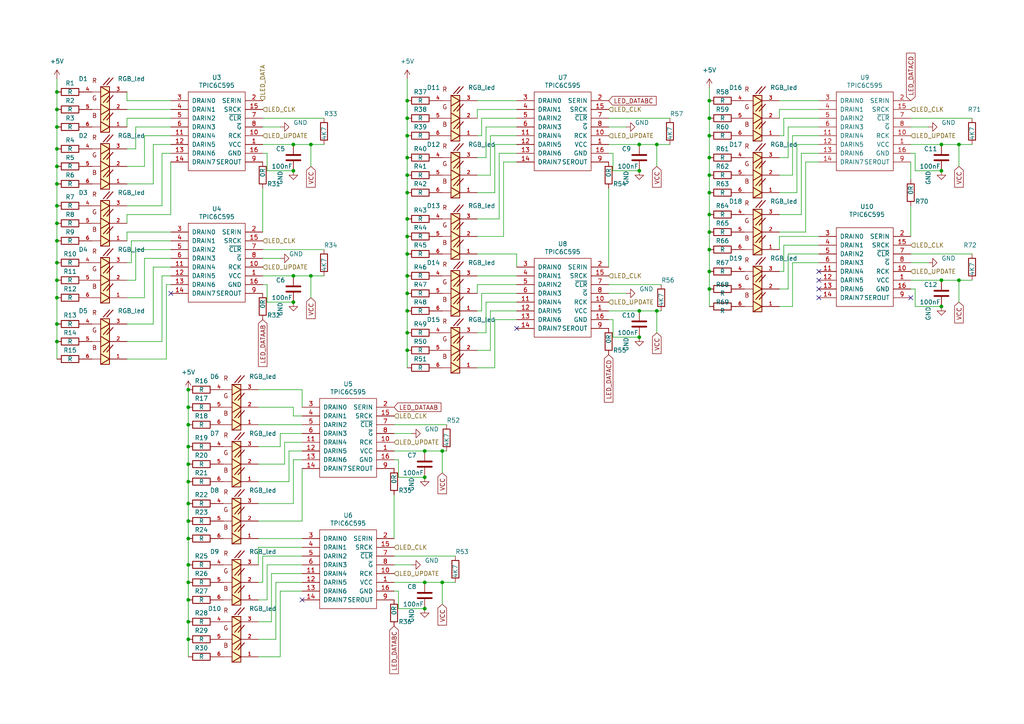
<source format=kicad_sch>
(kicad_sch (version 20230121) (generator eeschema)
  (paper "A4")
  (junction (at 85.09 87.63))
  (junction (at 190.5 41.91))
  (junction (at 118.11 90.17))
  (junction (at 16.51 43.18))
  (junction (at 16.51 69.85))
  (junction (at 118.11 55.88))
  (junction (at 16.51 26.67))
  (junction (at 16.51 48.26))
  (junction (at 185.42 41.91))
  (junction (at 118.11 50.8))
  (junction (at 16.51 86.36))
  (junction (at 54.61 123.19))
  (junction (at 16.51 64.77))
  (junction (at 16.51 36.83))
  (junction (at 205.74 29.21))
  (junction (at 16.51 93.98))
  (junction (at 54.61 156.21))
  (junction (at 118.11 63.5))
  (junction (at 185.42 97.79))
  (junction (at 190.5 90.17))
  (junction (at 85.09 49.53))
  (junction (at 118.11 39.37))
  (junction (at 54.61 139.7))
  (junction (at 123.19 138.43))
  (junction (at 54.61 185.42))
  (junction (at 205.74 62.23))
  (junction (at 118.11 73.66))
  (junction (at 185.42 49.53))
  (junction (at 123.19 130.81))
  (junction (at 90.17 80.01))
  (junction (at 205.74 83.82))
  (junction (at 54.61 113.03))
  (junction (at 118.11 101.6))
  (junction (at 16.51 99.06))
  (junction (at 118.11 45.72))
  (junction (at 205.74 78.74))
  (junction (at 54.61 168.91))
  (junction (at 278.13 81.28))
  (junction (at 205.74 45.72))
  (junction (at 273.05 81.28))
  (junction (at 85.09 41.91))
  (junction (at 54.61 134.62))
  (junction (at 278.13 41.91))
  (junction (at 54.61 180.34))
  (junction (at 205.74 55.88))
  (junction (at 205.74 50.8))
  (junction (at 205.74 34.29))
  (junction (at 128.27 168.91))
  (junction (at 123.19 176.53))
  (junction (at 273.05 88.9))
  (junction (at 205.74 39.37))
  (junction (at 54.61 146.05))
  (junction (at 118.11 34.29))
  (junction (at 90.17 41.91))
  (junction (at 54.61 118.11))
  (junction (at 16.51 76.2))
  (junction (at 118.11 96.52))
  (junction (at 118.11 29.21))
  (junction (at 16.51 59.69))
  (junction (at 16.51 81.28))
  (junction (at 273.05 41.91))
  (junction (at 54.61 129.54))
  (junction (at 118.11 80.01))
  (junction (at 16.51 31.75))
  (junction (at 128.27 130.81))
  (junction (at 205.74 72.39))
  (junction (at 118.11 68.58))
  (junction (at 273.05 49.53))
  (junction (at 118.11 85.09))
  (junction (at 54.61 173.99))
  (junction (at 185.42 90.17))
  (junction (at 123.19 168.91))
  (junction (at 85.09 80.01))
  (junction (at 54.61 151.13))
  (junction (at 205.74 67.31))
  (junction (at 16.51 53.34))
  (junction (at 54.61 163.83))
  (no_connect (at 237.49 78.74))
  (no_connect (at 237.49 81.28))
  (no_connect (at 237.49 83.82))
  (no_connect (at 237.49 86.36))
  (no_connect (at 149.86 95.25))
  (no_connect (at 264.16 86.36))
  (no_connect (at 87.63 173.99))
  (no_connect (at 49.53 85.09))
  (wire (pts (xy 74.93 118.11) (xy 85.09 118.11)))
  (wire (pts (xy 36.83 76.2) (xy 38.1 76.2)))
  (wire (pts (xy 77.47 163.83) (xy 77.47 173.99)))
  (wire (pts (xy 87.63 151.13) (xy 74.93 151.13)))
  (wire (pts (xy 114.3 143.51) (xy 114.3 156.21)))
  (wire (pts (xy 36.83 62.23) (xy 36.83 64.77)))
  (wire (pts (xy 205.74 29.21) (xy 205.74 34.29)))
  (wire (pts (xy 140.97 36.83) (xy 149.86 36.83)))
  (wire (pts (xy 177.8 44.45) (xy 177.8 49.53)))
  (wire (pts (xy 177.8 44.45) (xy 176.53 44.45)))
  (wire (pts (xy 205.74 78.74) (xy 205.74 83.82)))
  (wire (pts (xy 16.51 31.75) (xy 16.51 36.83)))
  (wire (pts (xy 77.47 82.55) (xy 76.2 82.55)))
  (wire (pts (xy 74.93 168.91) (xy 76.2 168.91)))
  (wire (pts (xy 49.53 80.01) (xy 46.99 80.01)))
  (wire (pts (xy 54.61 156.21) (xy 54.61 163.83)))
  (wire (pts (xy 36.83 53.34) (xy 44.45 53.34)))
  (wire (pts (xy 41.91 86.36) (xy 41.91 74.93)))
  (wire (pts (xy 232.41 44.45) (xy 232.41 62.23)))
  (wire (pts (xy 118.11 45.72) (xy 118.11 50.8)))
  (wire (pts (xy 138.43 31.75) (xy 149.86 31.75)))
  (wire (pts (xy 16.51 64.77) (xy 16.51 69.85)))
  (wire (pts (xy 237.49 44.45) (xy 232.41 44.45)))
  (wire (pts (xy 190.5 48.26) (xy 190.5 41.91)))
  (wire (pts (xy 87.63 130.81) (xy 83.82 130.81)))
  (wire (pts (xy 181.61 85.09) (xy 176.53 85.09)))
  (wire (pts (xy 264.16 73.66) (xy 281.94 73.66)))
  (wire (pts (xy 143.51 41.91) (xy 149.86 41.91)))
  (wire (pts (xy 54.61 168.91) (xy 54.61 173.99)))
  (wire (pts (xy 118.11 90.17) (xy 118.11 96.52)))
  (wire (pts (xy 128.27 168.91) (xy 132.08 168.91)))
  (wire (pts (xy 119.38 125.73) (xy 114.3 125.73)))
  (wire (pts (xy 115.57 133.35) (xy 115.57 138.43)))
  (wire (pts (xy 226.06 39.37) (xy 227.33 39.37)))
  (wire (pts (xy 16.51 69.85) (xy 16.51 76.2)))
  (wire (pts (xy 143.51 92.71) (xy 149.86 92.71)))
  (wire (pts (xy 231.14 41.91) (xy 237.49 41.91)))
  (wire (pts (xy 77.47 49.53) (xy 85.09 49.53)))
  (wire (pts (xy 36.83 59.69) (xy 46.99 59.69)))
  (wire (pts (xy 36.83 31.75) (xy 49.53 31.75)))
  (wire (pts (xy 83.82 139.7) (xy 74.93 139.7)))
  (wire (pts (xy 87.63 133.35) (xy 85.09 133.35)))
  (wire (pts (xy 229.87 39.37) (xy 229.87 50.8)))
  (wire (pts (xy 90.17 86.36) (xy 90.17 80.01)))
  (wire (pts (xy 81.28 190.5) (xy 81.28 171.45)))
  (wire (pts (xy 36.83 67.31) (xy 36.83 69.85)))
  (wire (pts (xy 118.11 39.37) (xy 118.11 45.72)))
  (wire (pts (xy 44.45 77.47) (xy 44.45 93.98)))
  (wire (pts (xy 39.37 43.18) (xy 39.37 36.83)))
  (wire (pts (xy 90.17 48.26) (xy 90.17 41.91)))
  (wire (pts (xy 38.1 76.2) (xy 38.1 69.85)))
  (wire (pts (xy 232.41 62.23) (xy 226.06 62.23)))
  (wire (pts (xy 265.43 44.45) (xy 265.43 49.53)))
  (wire (pts (xy 177.8 92.71) (xy 177.8 97.79)))
  (wire (pts (xy 77.47 44.45) (xy 76.2 44.45)))
  (wire (pts (xy 114.3 123.19) (xy 129.54 123.19)))
  (wire (pts (xy 49.53 82.55) (xy 48.26 82.55)))
  (wire (pts (xy 138.43 63.5) (xy 144.78 63.5)))
  (wire (pts (xy 16.51 93.98) (xy 16.51 99.06)))
  (wire (pts (xy 226.06 55.88) (xy 231.14 55.88)))
  (wire (pts (xy 227.33 71.12) (xy 237.49 71.12)))
  (wire (pts (xy 85.09 133.35) (xy 85.09 146.05)))
  (wire (pts (xy 149.86 46.99) (xy 146.05 46.99)))
  (wire (pts (xy 138.43 55.88) (xy 143.51 55.88)))
  (wire (pts (xy 114.3 161.29) (xy 132.08 161.29)))
  (wire (pts (xy 143.51 106.68) (xy 143.51 92.71)))
  (wire (pts (xy 190.5 41.91) (xy 194.31 41.91)))
  (wire (pts (xy 85.09 118.11) (xy 85.09 120.65)))
  (wire (pts (xy 76.2 54.61) (xy 76.2 67.31)))
  (wire (pts (xy 128.27 137.16) (xy 128.27 130.81)))
  (wire (pts (xy 36.83 34.29) (xy 49.53 34.29)))
  (wire (pts (xy 48.26 82.55) (xy 48.26 104.14)))
  (wire (pts (xy 87.63 135.89) (xy 87.63 151.13)))
  (wire (pts (xy 138.43 29.21) (xy 149.86 29.21)))
  (wire (pts (xy 118.11 63.5) (xy 118.11 68.58)))
  (wire (pts (xy 273.05 41.91) (xy 264.16 41.91)))
  (wire (pts (xy 44.45 41.91) (xy 44.45 53.34)))
  (wire (pts (xy 41.91 74.93) (xy 49.53 74.93)))
  (wire (pts (xy 36.83 81.28) (xy 39.37 81.28)))
  (wire (pts (xy 36.83 29.21) (xy 49.53 29.21)))
  (wire (pts (xy 226.06 83.82) (xy 228.6 83.82)))
  (wire (pts (xy 54.61 185.42) (xy 54.61 190.5)))
  (wire (pts (xy 190.5 41.91) (xy 185.42 41.91)))
  (wire (pts (xy 54.61 163.83) (xy 54.61 168.91)))
  (wire (pts (xy 278.13 81.28) (xy 273.05 81.28)))
  (wire (pts (xy 205.74 45.72) (xy 205.74 50.8)))
  (wire (pts (xy 80.01 185.42) (xy 74.93 185.42)))
  (wire (pts (xy 90.17 41.91) (xy 85.09 41.91)))
  (wire (pts (xy 226.06 31.75) (xy 237.49 31.75)))
  (wire (pts (xy 74.93 134.62) (xy 82.55 134.62)))
  (wire (pts (xy 118.11 29.21) (xy 118.11 34.29)))
  (wire (pts (xy 138.43 45.72) (xy 140.97 45.72)))
  (wire (pts (xy 80.01 168.91) (xy 80.01 185.42)))
  (wire (pts (xy 205.74 25.4) (xy 205.74 29.21)))
  (wire (pts (xy 177.8 97.79) (xy 185.42 97.79)))
  (wire (pts (xy 74.93 123.19) (xy 87.63 123.19)))
  (wire (pts (xy 81.28 171.45) (xy 87.63 171.45)))
  (wire (pts (xy 265.43 88.9) (xy 273.05 88.9)))
  (wire (pts (xy 190.5 90.17) (xy 191.77 90.17)))
  (wire (pts (xy 41.91 48.26) (xy 41.91 39.37)))
  (wire (pts (xy 233.68 46.99) (xy 237.49 46.99)))
  (wire (pts (xy 77.47 82.55) (xy 77.47 87.63)))
  (wire (pts (xy 81.28 74.93) (xy 76.2 74.93)))
  (wire (pts (xy 83.82 130.81) (xy 83.82 139.7)))
  (wire (pts (xy 118.11 50.8) (xy 118.11 55.88)))
  (wire (pts (xy 273.05 81.28) (xy 264.16 81.28)))
  (wire (pts (xy 177.8 92.71) (xy 176.53 92.71)))
  (wire (pts (xy 142.24 39.37) (xy 142.24 50.8)))
  (wire (pts (xy 229.87 88.9) (xy 226.06 88.9)))
  (wire (pts (xy 205.74 55.88) (xy 205.74 62.23)))
  (wire (pts (xy 39.37 36.83) (xy 49.53 36.83)))
  (wire (pts (xy 87.63 113.03) (xy 87.63 118.11)))
  (wire (pts (xy 16.51 53.34) (xy 16.51 59.69)))
  (wire (pts (xy 140.97 45.72) (xy 140.97 36.83)))
  (wire (pts (xy 36.83 104.14) (xy 48.26 104.14)))
  (wire (pts (xy 36.83 99.06) (xy 46.99 99.06)))
  (wire (pts (xy 190.5 90.17) (xy 185.42 90.17)))
  (wire (pts (xy 128.27 175.26) (xy 128.27 168.91)))
  (wire (pts (xy 278.13 81.28) (xy 281.94 81.28)))
  (wire (pts (xy 115.57 133.35) (xy 114.3 133.35)))
  (wire (pts (xy 138.43 96.52) (xy 140.97 96.52)))
  (wire (pts (xy 138.43 101.6) (xy 142.24 101.6)))
  (wire (pts (xy 118.11 34.29) (xy 118.11 39.37)))
  (wire (pts (xy 78.74 180.34) (xy 78.74 166.37)))
  (wire (pts (xy 264.16 34.29) (xy 281.94 34.29)))
  (wire (pts (xy 74.93 180.34) (xy 78.74 180.34)))
  (wire (pts (xy 54.61 139.7) (xy 54.61 146.05)))
  (wire (pts (xy 76.2 34.29) (xy 93.98 34.29)))
  (wire (pts (xy 139.7 90.17) (xy 139.7 85.09)))
  (wire (pts (xy 228.6 83.82) (xy 228.6 73.66)))
  (wire (pts (xy 265.43 83.82) (xy 265.43 88.9)))
  (wire (pts (xy 115.57 176.53) (xy 123.19 176.53)))
  (wire (pts (xy 54.61 180.34) (xy 54.61 185.42)))
  (wire (pts (xy 278.13 48.26) (xy 278.13 41.91)))
  (wire (pts (xy 118.11 96.52) (xy 118.11 101.6)))
  (wire (pts (xy 265.43 83.82) (xy 264.16 83.82)))
  (wire (pts (xy 265.43 44.45) (xy 264.16 44.45)))
  (wire (pts (xy 85.09 41.91) (xy 76.2 41.91)))
  (wire (pts (xy 38.1 69.85) (xy 49.53 69.85)))
  (wire (pts (xy 231.14 55.88) (xy 231.14 41.91)))
  (wire (pts (xy 226.06 78.74) (xy 227.33 78.74)))
  (wire (pts (xy 228.6 73.66) (xy 237.49 73.66)))
  (wire (pts (xy 269.24 36.83) (xy 264.16 36.83)))
  (wire (pts (xy 226.06 29.21) (xy 237.49 29.21)))
  (wire (pts (xy 123.19 168.91) (xy 114.3 168.91)))
  (wire (pts (xy 54.61 129.54) (xy 54.61 134.62)))
  (wire (pts (xy 228.6 45.72) (xy 228.6 36.83)))
  (wire (pts (xy 76.2 72.39) (xy 93.98 72.39)))
  (wire (pts (xy 87.63 163.83) (xy 77.47 163.83)))
  (wire (pts (xy 144.78 63.5) (xy 144.78 44.45)))
  (wire (pts (xy 77.47 44.45) (xy 77.47 49.53)))
  (wire (pts (xy 278.13 41.91) (xy 273.05 41.91)))
  (wire (pts (xy 205.74 50.8) (xy 205.74 55.88)))
  (wire (pts (xy 233.68 67.31) (xy 233.68 46.99)))
  (wire (pts (xy 77.47 87.63) (xy 85.09 87.63)))
  (wire (pts (xy 16.51 43.18) (xy 16.51 48.26)))
  (wire (pts (xy 278.13 41.91) (xy 281.94 41.91)))
  (wire (pts (xy 118.11 55.88) (xy 118.11 63.5)))
  (wire (pts (xy 149.86 39.37) (xy 142.24 39.37)))
  (wire (pts (xy 54.61 151.13) (xy 54.61 156.21)))
  (wire (pts (xy 142.24 50.8) (xy 138.43 50.8)))
  (wire (pts (xy 118.11 73.66) (xy 118.11 80.01)))
  (wire (pts (xy 36.83 26.67) (xy 36.83 29.21)))
  (wire (pts (xy 138.43 106.68) (xy 143.51 106.68)))
  (wire (pts (xy 205.74 83.82) (xy 205.74 88.9)))
  (wire (pts (xy 16.51 99.06) (xy 16.51 104.14)))
  (wire (pts (xy 36.83 93.98) (xy 44.45 93.98)))
  (wire (pts (xy 90.17 80.01) (xy 93.98 80.01)))
  (wire (pts (xy 36.83 43.18) (xy 39.37 43.18)))
  (wire (pts (xy 205.74 34.29) (xy 205.74 39.37)))
  (wire (pts (xy 227.33 34.29) (xy 237.49 34.29)))
  (wire (pts (xy 81.28 125.73) (xy 87.63 125.73)))
  (wire (pts (xy 54.61 118.11) (xy 54.61 123.19)))
  (wire (pts (xy 264.16 59.69) (xy 264.16 68.58)))
  (wire (pts (xy 16.51 76.2) (xy 16.51 81.28)))
  (wire (pts (xy 46.99 44.45) (xy 49.53 44.45)))
  (wire (pts (xy 265.43 49.53) (xy 273.05 49.53)))
  (wire (pts (xy 76.2 161.29) (xy 87.63 161.29)))
  (wire (pts (xy 128.27 130.81) (xy 129.54 130.81)))
  (wire (pts (xy 90.17 41.91) (xy 93.98 41.91)))
  (wire (pts (xy 54.61 134.62) (xy 54.61 139.7)))
  (wire (pts (xy 205.74 62.23) (xy 205.74 67.31)))
  (wire (pts (xy 118.11 101.6) (xy 118.11 106.68)))
  (wire (pts (xy 16.51 22.86) (xy 16.51 26.67)))
  (wire (pts (xy 139.7 34.29) (xy 139.7 39.37)))
  (wire (pts (xy 81.28 36.83) (xy 76.2 36.83)))
  (wire (pts (xy 118.11 80.01) (xy 118.11 85.09)))
  (wire (pts (xy 16.51 36.83) (xy 16.51 43.18)))
  (wire (pts (xy 74.93 129.54) (xy 81.28 129.54)))
  (wire (pts (xy 16.51 86.36) (xy 16.51 93.98)))
  (wire (pts (xy 85.09 80.01) (xy 76.2 80.01)))
  (wire (pts (xy 36.83 48.26) (xy 41.91 48.26)))
  (wire (pts (xy 36.83 86.36) (xy 41.91 86.36)))
  (wire (pts (xy 139.7 85.09) (xy 149.86 85.09)))
  (wire (pts (xy 226.06 67.31) (xy 233.68 67.31)))
  (wire (pts (xy 149.86 73.66) (xy 149.86 77.47)))
  (wire (pts (xy 44.45 77.47) (xy 49.53 77.47)))
  (wire (pts (xy 142.24 90.17) (xy 149.86 90.17)))
  (wire (pts (xy 142.24 101.6) (xy 142.24 90.17)))
  (wire (pts (xy 138.43 82.55) (xy 149.86 82.55)))
  (wire (pts (xy 146.05 46.99) (xy 146.05 68.58)))
  (wire (pts (xy 85.09 146.05) (xy 74.93 146.05)))
  (wire (pts (xy 74.93 158.75) (xy 87.63 158.75)))
  (wire (pts (xy 74.93 190.5) (xy 81.28 190.5)))
  (wire (pts (xy 44.45 41.91) (xy 49.53 41.91)))
  (wire (pts (xy 78.74 166.37) (xy 87.63 166.37)))
  (wire (pts (xy 36.83 34.29) (xy 36.83 36.83)))
  (wire (pts (xy 269.24 76.2) (xy 264.16 76.2)))
  (wire (pts (xy 237.49 76.2) (xy 229.87 76.2)))
  (wire (pts (xy 228.6 36.83) (xy 237.49 36.83)))
  (wire (pts (xy 143.51 55.88) (xy 143.51 41.91)))
  (wire (pts (xy 205.74 39.37) (xy 205.74 45.72)))
  (wire (pts (xy 128.27 130.81) (xy 123.19 130.81)))
  (wire (pts (xy 146.05 68.58) (xy 138.43 68.58)))
  (wire (pts (xy 226.06 68.58) (xy 226.06 72.39)))
  (wire (pts (xy 181.61 36.83) (xy 176.53 36.83)))
  (wire (pts (xy 144.78 44.45) (xy 149.86 44.45)))
  (wire (pts (xy 229.87 50.8) (xy 226.06 50.8)))
  (wire (pts (xy 46.99 59.69) (xy 46.99 44.45)))
  (wire (pts (xy 138.43 80.01) (xy 149.86 80.01)))
  (wire (pts (xy 90.17 80.01) (xy 85.09 80.01)))
  (wire (pts (xy 278.13 87.63) (xy 278.13 81.28)))
  (wire (pts (xy 115.57 171.45) (xy 114.3 171.45)))
  (wire (pts (xy 140.97 96.52) (xy 140.97 87.63)))
  (wire (pts (xy 190.5 96.52) (xy 190.5 90.17)))
  (wire (pts (xy 115.57 171.45) (xy 115.57 176.53)))
  (wire (pts (xy 176.53 34.29) (xy 194.31 34.29)))
  (wire (pts (xy 118.11 22.86) (xy 118.11 29.21)))
  (wire (pts (xy 229.87 76.2) (xy 229.87 88.9)))
  (wire (pts (xy 81.28 129.54) (xy 81.28 125.73)))
  (wire (pts (xy 82.55 134.62) (xy 82.55 128.27)))
  (wire (pts (xy 54.61 113.03) (xy 54.61 118.11)))
  (wire (pts (xy 128.27 168.91) (xy 123.19 168.91)))
  (wire (pts (xy 54.61 146.05) (xy 54.61 151.13)))
  (wire (pts (xy 264.16 46.99) (xy 264.16 52.07)))
  (wire (pts (xy 16.51 48.26) (xy 16.51 53.34)))
  (wire (pts (xy 177.8 49.53) (xy 185.42 49.53)))
  (wire (pts (xy 149.86 34.29) (xy 139.7 34.29)))
  (wire (pts (xy 226.06 34.29) (xy 226.06 31.75)))
  (wire (pts (xy 185.42 41.91) (xy 176.53 41.91)))
  (wire (pts (xy 36.83 67.31) (xy 49.53 67.31)))
  (wire (pts (xy 138.43 34.29) (xy 138.43 31.75)))
  (wire (pts (xy 176.53 82.55) (xy 191.77 82.55)))
  (wire (pts (xy 76.2 168.91) (xy 76.2 161.29)))
  (wire (pts (xy 205.74 67.31) (xy 205.74 72.39)))
  (wire (pts (xy 118.11 85.09) (xy 118.11 90.17)))
  (wire (pts (xy 36.83 62.23) (xy 49.53 62.23)))
  (wire (pts (xy 227.33 78.74) (xy 227.33 71.12)))
  (wire (pts (xy 138.43 73.66) (xy 149.86 73.66)))
  (wire (pts (xy 138.43 90.17) (xy 139.7 90.17)))
  (wire (pts (xy 140.97 87.63) (xy 149.86 87.63)))
  (wire (pts (xy 82.55 128.27) (xy 87.63 128.27)))
  (wire (pts (xy 54.61 173.99) (xy 54.61 180.34)))
  (wire (pts (xy 237.49 68.58) (xy 226.06 68.58)))
  (wire (pts (xy 118.11 68.58) (xy 118.11 73.66)))
  (wire (pts (xy 138.43 39.37) (xy 139.7 39.37)))
  (wire (pts (xy 227.33 39.37) (xy 227.33 34.29)))
  (wire (pts (xy 74.93 158.75) (xy 74.93 163.83)))
  (wire (pts (xy 16.51 26.67) (xy 16.51 31.75)))
  (wire (pts (xy 119.38 163.83) (xy 114.3 163.83)))
  (wire (pts (xy 115.57 138.43) (xy 123.19 138.43)))
  (wire (pts (xy 87.63 168.91) (xy 80.01 168.91)))
  (wire (pts (xy 49.53 46.99) (xy 49.53 62.23)))
  (wire (pts (xy 16.51 59.69) (xy 16.51 64.77)))
  (wire (pts (xy 77.47 173.99) (xy 74.93 173.99)))
  (wire (pts (xy 16.51 81.28) (xy 16.51 86.36)))
  (wire (pts (xy 138.43 85.09) (xy 138.43 82.55)))
  (wire (pts (xy 41.91 39.37) (xy 49.53 39.37)))
  (wire (pts (xy 46.99 80.01) (xy 46.99 99.06)))
  (wire (pts (xy 185.42 90.17) (xy 176.53 90.17)))
  (wire (pts (xy 74.93 113.03) (xy 87.63 113.03)))
  (wire (pts (xy 54.61 123.19) (xy 54.61 129.54)))
  (wire (pts (xy 123.19 130.81) (xy 114.3 130.81)))
  (wire (pts (xy 74.93 156.21) (xy 87.63 156.21)))
  (wire (pts (xy 39.37 72.39) (xy 49.53 72.39)))
  (wire (pts (xy 85.09 120.65) (xy 87.63 120.65)))
  (wire (pts (xy 226.06 45.72) (xy 228.6 45.72)))
  (wire (pts (xy 176.53 54.61) (xy 176.53 77.47)))
  (wire (pts (xy 205.74 72.39) (xy 205.74 78.74)))
  (wire (pts (xy 39.37 81.28) (xy 39.37 72.39)))
  (wire (pts (xy 237.49 39.37) (xy 229.87 39.37)))
  (global_label "VCC" (shape input) (at 90.17 86.36 270) (property "Intersheetrefs" "${INTERSHEET_REFS}" (effects hide)))
  (global_label "LED_DATACD" (shape input) (at 264.16 29.21 90) (property "Intersheetrefs" "${INTERSHEET_REFS}" (effects hide)))
  (global_label "VCC" (shape input) (at 128.27 137.16 270) (property "Intersheetrefs" "${INTERSHEET_REFS}" (effects hide)))
  (global_label "VCC" (shape input) (at 278.13 48.26 270) (property "Intersheetrefs" "${INTERSHEET_REFS}" (effects hide)))
  (global_label "VCC" (shape input) (at 278.13 87.63 270) (property "Intersheetrefs" "${INTERSHEET_REFS}" (effects hide)))
  (global_label "LED_DATACD" (shape input) (at 176.53 102.87 270) (property "Intersheetrefs" "${INTERSHEET_REFS}" (effects hide)))
  (global_label "VCC" (shape input) (at 190.5 48.26 270) (property "Intersheetrefs" "${INTERSHEET_REFS}" (effects hide)))
  (global_label "LED_DATABC" (shape input) (at 114.3 181.61 270) (property "Intersheetrefs" "${INTERSHEET_REFS}" (effects hide)))
  (global_label "LED_DATAAB" (shape input) (at 76.2 92.71 270) (property "Intersheetrefs" "${INTERSHEET_REFS}" (effects hide)))
  (global_label "LED_DATABC" (shape input) (at 176.53 29.21 0) (property "Intersheetrefs" "${INTERSHEET_REFS}" (effects hide)))
  (global_label "VCC" (shape input) (at 90.17 48.26 270) (property "Intersheetrefs" "${INTERSHEET_REFS}" (effects hide)))
  (global_label "VCC" (shape input) (at 190.5 96.52 270) (property "Intersheetrefs" "${INTERSHEET_REFS}" (effects hide)))
  (global_label "LED_DATAAB" (shape input) (at 114.3 118.11 0) (property "Intersheetrefs" "${INTERSHEET_REFS}" (effects hide)))
  (global_label "VCC" (shape input) (at 128.27 175.26 270) (property "Intersheetrefs" "${INTERSHEET_REFS}" (effects hide)))
  (hierarchical_label "LED_UPDATE" (shape input) (at 264.16 39.37 0))
  (hierarchical_label "LED_UPDATE" (shape input) (at 76.2 39.37 0))
  (hierarchical_label "LED_UPDATE" (shape input) (at 114.3 128.27 0))
  (hierarchical_label "LED_CLK" (shape input) (at 76.2 69.85 0))
  (hierarchical_label "LED_CLK" (shape input) (at 114.3 120.65 0))
  (hierarchical_label "LED_DATA" (shape input) (at 76.2 29.21 90))
  (hierarchical_label "LED_CLK" (shape input) (at 264.16 31.75 0))
  (hierarchical_label "LED_CLK" (shape input) (at 114.3 158.75 0))
  (hierarchical_label "LED_CLK" (shape input) (at 176.53 80.01 0))
  (hierarchical_label "LED_CLK" (shape input) (at 264.16 71.12 0))
  (hierarchical_label "LED_CLK" (shape input) (at 176.53 31.75 0))
  (hierarchical_label "LED_UPDATE" (shape input) (at 176.53 87.63 0))
  (hierarchical_label "LED_UPDATE" (shape input) (at 264.16 78.74 0))
  (hierarchical_label "LED_UPDATE" (shape input) (at 76.2 77.47 0))
  (hierarchical_label "LED_CLK" (shape input) (at 76.2 31.75 0))
  (hierarchical_label "LED_UPDATE" (shape input) (at 114.3 166.37 0))
  (hierarchical_label "LED_UPDATE" (shape input) (at 176.53 39.37 0))
  (symbol (lib_id "3dAudioSym:TPIC6C595") (at 101.6 116.84 0) (unit 1)
    (property "Reference" "U5" (at 100.965 111.379 0))
    (property "Value" "TPIC6C595" (at 100.965 113.6904 0))
    (property "Footprint" "Package_SO:SOIC-16_3.9x9.9mm_P1.27mm" (effects hide))
    (property "Datasheet" "https://www.mouser.ph/datasheet/2/389/cd00020664-1796042.pdf" (effects hide))
  )
  (symbol (lib_id "Device:R") (at 209.55 78.74 270) (unit 1)
    (property "Reference" "R67" (at 209.55 76.2 90))
    (property "Value" "R" (at 209.55 78.74 90))
    (property "Footprint" "Resistor_SMD:R_1206_3216Metric" (effects hide))
  )
  (symbol (lib_id "Device:R") (at 264.16 55.88 0) (unit 1)
    (property "Reference" "R70" (at 265.43 58.42 0) (effects (justify left)))
    (property "Value" "0R" (at 264.16 56.515 90) (effects (justify left)))
    (property "Footprint" "Resistor_SMD:R_1206_3216Metric_Pad1.30x1.75mm_HandSolder" (effects hide))
  )
  (symbol (lib_id "Device:R") (at 58.42 173.99 270) (unit 1)
    (property "Reference" "R27" (at 58.42 171.45 90))
    (property "Value" "R" (at 58.42 173.99 90))
    (property "Footprint" "Resistor_SMD:R_1206_3216Metric" (effects hide))
  )
  (symbol (lib_id "Device:R") (at 76.2 50.8 0) (unit 1)
    (property "Reference" "R31" (at 77.47 53.34 0) (effects (justify left)))
    (property "Value" "0R" (at 76.2 51.435 90) (effects (justify left)))
    (property "Footprint" "Resistor_SMD:R_1206_3216Metric_Pad1.30x1.75mm_HandSolder" (effects hide))
  )
  (symbol (lib_id "Device:R") (at 58.42 118.11 270) (unit 1)
    (property "Reference" "R17" (at 58.42 115.57 90))
    (property "Value" "R" (at 58.42 118.11 90))
    (property "Footprint" "Resistor_SMD:R_1206_3216Metric" (effects hide))
  )
  (symbol (lib_id "3dAudioSym:TPIC6C595") (at 251.46 27.94 0) (unit 1)
    (property "Reference" "U9" (at 250.825 22.479 0))
    (property "Value" "TPIC6C595" (at 250.825 24.7904 0))
    (property "Footprint" "Package_SO:SOIC-16_3.9x9.9mm_P1.27mm" (effects hide))
    (property "Datasheet" "https://www.mouser.ph/datasheet/2/389/cd00020664-1796042.pdf" (effects hide))
  )
  (symbol (lib_id "Device:R") (at 58.42 168.91 270) (unit 1)
    (property "Reference" "R26" (at 58.42 166.37 90))
    (property "Value" "R" (at 58.42 168.91 90))
    (property "Footprint" "Resistor_SMD:R_1206_3216Metric" (effects hide))
  )
  (symbol (lib_id "Device:R") (at 93.98 76.2 0) (unit 1)
    (property "Reference" "R34" (at 93.98 71.12 0) (effects (justify left)))
    (property "Value" "4K7" (at 93.98 78.74 90) (effects (justify left)))
    (property "Footprint" "Resistor_SMD:R_1206_3216Metric_Pad1.30x1.75mm_HandSolder" (effects hide))
  )
  (symbol (lib_id "3dAudioSym:QBLP679E-RGB") (at 29.21 81.28 0) (unit 1)
    (property "Reference" "D4" (at 24.13 72.39 0))
    (property "Value" "RGB_led" (at 38.1 72.39 0))
    (property "Footprint" "3dAudioFoot:LED_QBLP679E-RGB" (effects hide))
    (property "Datasheet" "https://www.digikey.de/de/products/detail/qt-brightek-qtb/QBLP679E-RGB/4814729" (effects hide))
    (property "DigiKey_Part_Number" "1516-1131-2-ND" (effects hide))
    (property "MF" "QT Brightek" (effects hide))
    (property "Purchase-URL" "https://www.snapeda.com/api/url_track_click_mouser/?unipart_id=328050&manufacturer=QT Brightek&part_name=QBLP679E-RGB&search_term=None" (effects hide))
    (property "Package" "PLCC-6 QT Brightek" (effects hide))
    (property "Check_prices" "https://www.snapeda.com/parts/QBLP679E-RGB/QT+Brightek+%2528QTB%2529/view-part/?ref=eda" (effects hide))
    (property "STANDARD" "Manufacturer Recommendations" (effects hide))
    (property "SnapEDA_Link" "https://www.snapeda.com/parts/QBLP679E-RGB/QT+Brightek+%2528QTB%2529/view-part/?ref=snap" (effects hide))
    (property "MP" "QBLP679E-RGB" (effects hide))
    (property "Description" "\nRed, Green, Blue (RGB) 620nm Red, 525nm Green, 470nm Blue LED Indication - Discrete 2V Red, 3.3V Green, 3.2V Blue 6-SMD, J-Lead\n" (effects hide))
    (property "MANUFACTURER" "QT Brightek" (effects hide))
  )
  (symbol (lib_id "Device:R") (at 121.92 90.17 270) (unit 1)
    (property "Reference" "R48" (at 121.92 87.63 90))
    (property "Value" "R" (at 121.92 90.17 90))
    (property "Footprint" "Resistor_SMD:R_1206_3216Metric" (effects hide))
  )
  (symbol (lib_id "3dAudioSym:QBLP679E-RGB") (at 67.31 134.62 0) (unit 1)
    (property "Reference" "D7" (at 62.23 125.73 0))
    (property "Value" "RGB_led" (at 76.2 125.73 0))
    (property "Footprint" "3dAudioFoot:LED_QBLP679E-RGB" (effects hide))
    (property "Datasheet" "https://www.digikey.de/de/products/detail/qt-brightek-qtb/QBLP679E-RGB/4814729" (effects hide))
    (property "DigiKey_Part_Number" "1516-1131-2-ND" (effects hide))
    (property "MF" "QT Brightek" (effects hide))
    (property "Purchase-URL" "https://www.snapeda.com/api/url_track_click_mouser/?unipart_id=328050&manufacturer=QT Brightek&part_name=QBLP679E-RGB&search_term=None" (effects hide))
    (property "Package" "PLCC-6 QT Brightek" (effects hide))
    (property "Check_prices" "https://www.snapeda.com/parts/QBLP679E-RGB/QT+Brightek+%2528QTB%2529/view-part/?ref=eda" (effects hide))
    (property "STANDARD" "Manufacturer Recommendations" (effects hide))
    (property "SnapEDA_Link" "https://www.snapeda.com/parts/QBLP679E-RGB/QT+Brightek+%2528QTB%2529/view-part/?ref=snap" (effects hide))
    (property "MP" "QBLP679E-RGB" (effects hide))
    (property "Description" "\nRed, Green, Blue (RGB) 620nm Red, 525nm Green, 470nm Blue LED Indication - Discrete 2V Red, 3.3V Green, 3.2V Blue 6-SMD, J-Lead\n" (effects hide))
    (property "MANUFACTURER" "QT Brightek" (effects hide))
  )
  (symbol (lib_id "Device:R") (at 209.55 72.39 270) (unit 1)
    (property "Reference" "R66" (at 209.55 69.85 90))
    (property "Value" "R" (at 209.55 72.39 90))
    (property "Footprint" "Resistor_SMD:R_1206_3216Metric" (effects hide))
  )
  (symbol (lib_id "Device:R") (at 20.32 99.06 270) (unit 1)
    (property "Reference" "R14" (at 20.32 96.52 90))
    (property "Value" "R" (at 20.32 99.06 90))
    (property "Footprint" "Resistor_SMD:R_1206_3216Metric" (effects hide))
  )
  (symbol (lib_id "Device:R") (at 209.55 83.82 270) (unit 1)
    (property "Reference" "R68" (at 209.55 82.55 90))
    (property "Value" "R" (at 209.55 85.09 90))
    (property "Footprint" "Resistor_SMD:R_1206_3216Metric" (effects hide))
  )
  (symbol (lib_id "Device:R") (at 20.32 48.26 270) (unit 1)
    (property "Reference" "R5" (at 20.32 45.72 90))
    (property "Value" "R" (at 20.32 48.26 90))
    (property "Footprint" "Resistor_SMD:R_1206_3216Metric" (effects hide))
  )
  (symbol (lib_id "Device:R") (at 58.42 146.05 270) (unit 1)
    (property "Reference" "R22" (at 58.42 143.51 90))
    (property "Value" "R" (at 58.42 146.05 90))
    (property "Footprint" "Resistor_SMD:R_1206_3216Metric" (effects hide))
  )
  (symbol (lib_id "power:GND") (at 81.28 74.93 90) (unit 1)
    (property "Reference" "#PWR012" (effects hide))
    (property "Value" "GND" (at 83.82 73.66 90) (effects (justify right)))
  )
  (symbol (lib_id "Device:R") (at 121.92 96.52 270) (unit 1)
    (property "Reference" "R49" (at 121.92 93.98 90))
    (property "Value" "R" (at 121.92 96.52 90))
    (property "Footprint" "Resistor_SMD:R_1206_3216Metric" (effects hide))
  )
  (symbol (lib_id "Device:R") (at 121.92 63.5 270) (unit 1)
    (property "Reference" "R43" (at 121.92 60.96 90))
    (property "Value" "R" (at 121.92 63.5 90))
    (property "Footprint" "Resistor_SMD:R_1206_3216Metric" (effects hide))
  )
  (symbol (lib_id "Device:C") (at 273.05 85.09 0) (unit 1)
    (property "Reference" "C12" (at 267.97 82.55 0) (effects (justify left)))
    (property "Value" "100nF" (at 266.7 87.63 0) (effects (justify left)))
    (property "Footprint" "Capacitor_SMD:C_1206_3216Metric_Pad1.33x1.80mm_HandSolder" (effects hide))
  )
  (symbol (lib_id "Device:C") (at 85.09 45.72 0) (unit 1)
    (property "Reference" "C5" (at 80.01 43.18 0) (effects (justify left)))
    (property "Value" "100nF" (at 78.74 48.26 0) (effects (justify left)))
    (property "Footprint" "Capacitor_SMD:C_1206_3216Metric_Pad1.33x1.80mm_HandSolder" (effects hide))
  )
  (symbol (lib_id "3dAudioSym:QBLP679E-RGB") (at 130.81 85.09 0) (unit 1)
    (property "Reference" "D14" (at 125.73 76.2 0))
    (property "Value" "RGB_led" (at 139.7 76.2 0))
    (property "Footprint" "3dAudioFoot:LED_QBLP679E-RGB" (effects hide))
    (property "Datasheet" "https://www.digikey.de/de/products/detail/qt-brightek-qtb/QBLP679E-RGB/4814729" (effects hide))
    (property "DigiKey_Part_Number" "1516-1131-2-ND" (effects hide))
    (property "MF" "QT Brightek" (effects hide))
    (property "Purchase-URL" "https://www.snapeda.com/api/url_track_click_mouser/?unipart_id=328050&manufacturer=QT Brightek&part_name=QBLP679E-RGB&search_term=None" (effects hide))
    (property "Package" "PLCC-6 QT Brightek" (effects hide))
    (property "Check_prices" "https://www.snapeda.com/parts/QBLP679E-RGB/QT+Brightek+%2528QTB%2529/view-part/?ref=eda" (effects hide))
    (property "STANDARD" "Manufacturer Recommendations" (effects hide))
    (property "SnapEDA_Link" "https://www.snapeda.com/parts/QBLP679E-RGB/QT+Brightek+%2528QTB%2529/view-part/?ref=snap" (effects hide))
    (property "MP" "QBLP679E-RGB" (effects hide))
    (property "Description" "\nRed, Green, Blue (RGB) 620nm Red, 525nm Green, 470nm Blue LED Indication - Discrete 2V Red, 3.3V Green, 3.2V Blue 6-SMD, J-Lead\n" (effects hide))
    (property "MANUFACTURER" "QT Brightek" (effects hide))
  )
  (symbol (lib_id "3dAudioSym:QBLP679E-RGB") (at 29.21 99.06 0) (unit 1)
    (property "Reference" "D5" (at 24.13 90.17 0))
    (property "Value" "RGB_led" (at 38.1 90.17 0))
    (property "Footprint" "3dAudioFoot:LED_QBLP679E-RGB" (effects hide))
    (property "Datasheet" "https://www.digikey.de/de/products/detail/qt-brightek-qtb/QBLP679E-RGB/4814729" (effects hide))
    (property "DigiKey_Part_Number" "1516-1131-2-ND" (effects hide))
    (property "MF" "QT Brightek" (effects hide))
    (property "Purchase-URL" "https://www.snapeda.com/api/url_track_click_mouser/?unipart_id=328050&manufacturer=QT Brightek&part_name=QBLP679E-RGB&search_term=None" (effects hide))
    (property "Package" "PLCC-6 QT Brightek" (effects hide))
    (property "Check_prices" "https://www.snapeda.com/parts/QBLP679E-RGB/QT+Brightek+%2528QTB%2529/view-part/?ref=eda" (effects hide))
    (property "STANDARD" "Manufacturer Recommendations" (effects hide))
    (property "SnapEDA_Link" "https://www.snapeda.com/parts/QBLP679E-RGB/QT+Brightek+%2528QTB%2529/view-part/?ref=snap" (effects hide))
    (property "MP" "QBLP679E-RGB" (effects hide))
    (property "Description" "\nRed, Green, Blue (RGB) 620nm Red, 525nm Green, 470nm Blue LED Indication - Discrete 2V Red, 3.3V Green, 3.2V Blue 6-SMD, J-Lead\n" (effects hide))
    (property "MANUFACTURER" "QT Brightek" (effects hide))
  )
  (symbol (lib_id "Device:R") (at 58.42 190.5 270) (unit 1)
    (property "Reference" "R30" (at 58.42 187.96 90))
    (property "Value" "R" (at 58.42 190.5 90))
    (property "Footprint" "Resistor_SMD:R_1206_3216Metric" (effects hide))
  )
  (symbol (lib_id "3dAudioSym:QBLP679E-RGB") (at 218.44 34.29 0) (unit 1)
    (property "Reference" "D16" (at 213.36 25.4 0))
    (property "Value" "RGB_led" (at 227.33 25.4 0))
    (property "Footprint" "3dAudioFoot:LED_QBLP679E-RGB" (effects hide))
    (property "Datasheet" "https://www.digikey.de/de/products/detail/qt-brightek-qtb/QBLP679E-RGB/4814729" (effects hide))
    (property "DigiKey_Part_Number" "1516-1131-2-ND" (effects hide))
    (property "MF" "QT Brightek" (effects hide))
    (property "Purchase-URL" "https://www.snapeda.com/api/url_track_click_mouser/?unipart_id=328050&manufacturer=QT Brightek&part_name=QBLP679E-RGB&search_term=None" (effects hide))
    (property "Package" "PLCC-6 QT Brightek" (effects hide))
    (property "Check_prices" "https://www.snapeda.com/parts/QBLP679E-RGB/QT+Brightek+%2528QTB%2529/view-part/?ref=eda" (effects hide))
    (property "STANDARD" "Manufacturer Recommendations" (effects hide))
    (property "SnapEDA_Link" "https://www.snapeda.com/parts/QBLP679E-RGB/QT+Brightek+%2528QTB%2529/view-part/?ref=snap" (effects hide))
    (property "MP" "QBLP679E-RGB" (effects hide))
    (property "Description" "\nRed, Green, Blue (RGB) 620nm Red, 525nm Green, 470nm Blue LED Indication - Discrete 2V Red, 3.3V Green, 3.2V Blue 6-SMD, J-Lead\n" (effects hide))
    (property "MANUFACTURER" "QT Brightek" (effects hide))
  )
  (symbol (lib_id "3dAudioSym:QBLP679E-RGB") (at 67.31 168.91 0) (unit 1)
    (property "Reference" "D9" (at 62.23 160.02 0))
    (property "Value" "RGB_led" (at 76.2 160.02 0))
    (property "Footprint" "3dAudioFoot:LED_QBLP679E-RGB" (effects hide))
    (property "Datasheet" "https://www.digikey.de/de/products/detail/qt-brightek-qtb/QBLP679E-RGB/4814729" (effects hide))
    (property "DigiKey_Part_Number" "1516-1131-2-ND" (effects hide))
    (property "MF" "QT Brightek" (effects hide))
    (property "Purchase-URL" "https://www.snapeda.com/api/url_track_click_mouser/?unipart_id=328050&manufacturer=QT Brightek&part_name=QBLP679E-RGB&search_term=None" (effects hide))
    (property "Package" "PLCC-6 QT Brightek" (effects hide))
    (property "Check_prices" "https://www.snapeda.com/parts/QBLP679E-RGB/QT+Brightek+%2528QTB%2529/view-part/?ref=eda" (effects hide))
    (property "STANDARD" "Manufacturer Recommendations" (effects hide))
    (property "SnapEDA_Link" "https://www.snapeda.com/parts/QBLP679E-RGB/QT+Brightek+%2528QTB%2529/view-part/?ref=snap" (effects hide))
    (property "MP" "QBLP679E-RGB" (effects hide))
    (property "Description" "\nRed, Green, Blue (RGB) 620nm Red, 525nm Green, 470nm Blue LED Indication - Discrete 2V Red, 3.3V Green, 3.2V Blue 6-SMD, J-Lead\n" (effects hide))
    (property "MANUFACTURER" "QT Brightek" (effects hide))
  )
  (symbol (lib_id "Device:R") (at 58.42 129.54 270) (unit 1)
    (property "Reference" "R19" (at 58.42 127 90))
    (property "Value" "R" (at 58.42 129.54 90))
    (property "Footprint" "Resistor_SMD:R_1206_3216Metric" (effects hide))
  )
  (symbol (lib_id "3dAudioSym:QBLP679E-RGB") (at 67.31 118.11 0) (unit 1)
    (property "Reference" "D6" (at 62.23 109.22 0))
    (property "Value" "RGB_led" (at 76.2 109.22 0))
    (property "Footprint" "3dAudioFoot:LED_QBLP679E-RGB" (effects hide))
    (property "Datasheet" "https://www.digikey.de/de/products/detail/qt-brightek-qtb/QBLP679E-RGB/4814729" (effects hide))
    (property "DigiKey_Part_Number" "1516-1131-2-ND" (effects hide))
    (property "MF" "QT Brightek" (effects hide))
    (property "Purchase-URL" "https://www.snapeda.com/api/url_track_click_mouser/?unipart_id=328050&manufacturer=QT Brightek&part_name=QBLP679E-RGB&search_term=None" (effects hide))
    (property "Package" "PLCC-6 QT Brightek" (effects hide))
    (property "Check_prices" "https://www.snapeda.com/parts/QBLP679E-RGB/QT+Brightek+%2528QTB%2529/view-part/?ref=eda" (effects hide))
    (property "STANDARD" "Manufacturer Recommendations" (effects hide))
    (property "SnapEDA_Link" "https://www.snapeda.com/parts/QBLP679E-RGB/QT+Brightek+%2528QTB%2529/view-part/?ref=snap" (effects hide))
    (property "MP" "QBLP679E-RGB" (effects hide))
    (property "Description" "\nRed, Green, Blue (RGB) 620nm Red, 525nm Green, 470nm Blue LED Indication - Discrete 2V Red, 3.3V Green, 3.2V Blue 6-SMD, J-Lead\n" (effects hide))
    (property "MANUFACTURER" "QT Brightek" (effects hide))
  )
  (symbol (lib_id "Device:R") (at 20.32 76.2 270) (unit 1)
    (property "Reference" "R10" (at 20.32 73.66 90))
    (property "Value" "R" (at 20.32 76.2 90))
    (property "Footprint" "Resistor_SMD:R_1206_3216Metric" (effects hide))
  )
  (symbol (lib_id "Device:R") (at 20.32 86.36 270) (unit 1)
    (property "Reference" "R12" (at 20.32 83.82 90))
    (property "Value" "R" (at 20.32 86.36 90))
    (property "Footprint" "Resistor_SMD:R_1206_3216Metric" (effects hide))
  )
  (symbol (lib_id "Device:R") (at 209.55 88.9 270) (unit 1)
    (property "Reference" "R69" (at 209.55 87.63 90))
    (property "Value" "R" (at 209.55 90.17 90))
    (property "Footprint" "Resistor_SMD:R_1206_3216Metric" (effects hide))
  )
  (symbol (lib_id "3dAudioSym:QBLP679E-RGB") (at 130.81 50.8 0) (unit 1)
    (property "Reference" "D12" (at 125.73 41.91 0))
    (property "Value" "RGB_led" (at 139.7 41.91 0))
    (property "Footprint" "3dAudioFoot:LED_QBLP679E-RGB" (effects hide))
    (property "Datasheet" "https://www.digikey.de/de/products/detail/qt-brightek-qtb/QBLP679E-RGB/4814729" (effects hide))
    (property "DigiKey_Part_Number" "1516-1131-2-ND" (effects hide))
    (property "MF" "QT Brightek" (effects hide))
    (property "Purchase-URL" "https://www.snapeda.com/api/url_track_click_mouser/?unipart_id=328050&manufacturer=QT Brightek&part_name=QBLP679E-RGB&search_term=None" (effects hide))
    (property "Package" "PLCC-6 QT Brightek" (effects hide))
    (property "Check_prices" "https://www.snapeda.com/parts/QBLP679E-RGB/QT+Brightek+%2528QTB%2529/view-part/?ref=eda" (effects hide))
    (property "STANDARD" "Manufacturer Recommendations" (effects hide))
    (property "SnapEDA_Link" "https://www.snapeda.com/parts/QBLP679E-RGB/QT+Brightek+%2528QTB%2529/view-part/?ref=snap" (effects hide))
    (property "MP" "QBLP679E-RGB" (effects hide))
    (property "Description" "\nRed, Green, Blue (RGB) 620nm Red, 525nm Green, 470nm Blue LED Indication - Discrete 2V Red, 3.3V Green, 3.2V Blue 6-SMD, J-Lead\n" (effects hide))
    (property "MANUFACTURER" "QT Brightek" (effects hide))
  )
  (symbol (lib_id "Device:R") (at 121.92 85.09 270) (unit 1)
    (property "Reference" "R47" (at 121.92 82.55 90))
    (property "Value" "R" (at 121.92 85.09 90))
    (property "Footprint" "Resistor_SMD:R_1206_3216Metric" (effects hide))
  )
  (symbol (lib_id "power:GND") (at 119.38 163.83 90) (unit 1)
    (property "Reference" "#PWR017" (effects hide))
    (property "Value" "GND" (at 123.19 162.56 90) (effects (justify right)))
  )
  (symbol (lib_id "Device:R") (at 58.42 163.83 270) (unit 1)
    (property "Reference" "R25" (at 58.42 161.29 90))
    (property "Value" "R" (at 58.42 163.83 90))
    (property "Footprint" "Resistor_SMD:R_1206_3216Metric" (effects hide))
  )
  (symbol (lib_id "Device:R") (at 209.55 50.8 270) (unit 1)
    (property "Reference" "R62" (at 209.55 48.26 90))
    (property "Value" "R" (at 209.55 50.8 90))
    (property "Footprint" "Resistor_SMD:R_1206_3216Metric" (effects hide))
  )
  (symbol (lib_id "3dAudioSym:QBLP679E-RGB") (at 29.21 48.26 0) (unit 1)
    (property "Reference" "D2" (at 24.13 39.37 0))
    (property "Value" "RGB_led" (at 38.1 39.37 0))
    (property "Footprint" "3dAudioFoot:LED_QBLP679E-RGB" (effects hide))
    (property "Datasheet" "https://www.digikey.de/de/products/detail/qt-brightek-qtb/QBLP679E-RGB/4814729" (effects hide))
    (property "DigiKey_Part_Number" "1516-1131-2-ND" (effects hide))
    (property "MF" "QT Brightek" (effects hide))
    (property "Purchase-URL" "https://www.snapeda.com/api/url_track_click_mouser/?unipart_id=328050&manufacturer=QT Brightek&part_name=QBLP679E-RGB&search_term=None" (effects hide))
    (property "Package" "PLCC-6 QT Brightek" (effects hide))
    (property "Check_prices" "https://www.snapeda.com/parts/QBLP679E-RGB/QT+Brightek+%2528QTB%2529/view-part/?ref=eda" (effects hide))
    (property "STANDARD" "Manufacturer Recommendations" (effects hide))
    (property "SnapEDA_Link" "https://www.snapeda.com/parts/QBLP679E-RGB/QT+Brightek+%2528QTB%2529/view-part/?ref=snap" (effects hide))
    (property "MP" "QBLP679E-RGB" (effects hide))
    (property "Description" "\nRed, Green, Blue (RGB) 620nm Red, 525nm Green, 470nm Blue LED Indication - Discrete 2V Red, 3.3V Green, 3.2V Blue 6-SMD, J-Lead\n" (effects hide))
    (property "MANUFACTURER" "QT Brightek" (effects hide))
  )
  (symbol (lib_id "Device:R") (at 281.94 77.47 0) (unit 1)
    (property "Reference" "R72" (at 279.4 71.12 0) (effects (justify left)))
    (property "Value" "4K7" (at 281.94 80.01 90) (effects (justify left)))
    (property "Footprint" "Resistor_SMD:R_1206_3216Metric_Pad1.30x1.75mm_HandSolder" (effects hide))
  )
  (symbol (lib_id "power:GND") (at 269.24 36.83 90) (unit 1)
    (property "Reference" "#PWR025" (effects hide))
    (property "Value" "GND" (at 273.05 35.56 90) (effects (justify right)))
  )
  (symbol (lib_id "Device:R") (at 20.32 53.34 270) (unit 1)
    (property "Reference" "R6" (at 20.32 50.8 90))
    (property "Value" "R" (at 20.32 53.34 90))
    (property "Footprint" "Resistor_SMD:R_1206_3216Metric" (effects hide))
  )
  (symbol (lib_id "Device:R") (at 209.55 55.88 270) (unit 1)
    (property "Reference" "R63" (at 209.55 53.34 90))
    (property "Value" "R" (at 209.55 55.88 90))
    (property "Footprint" "Resistor_SMD:R_1206_3216Metric" (effects hide))
  )
  (symbol (lib_id "3dAudioSym:QBLP679E-RGB") (at 130.81 34.29 0) (unit 1)
    (property "Reference" "D11" (at 125.73 25.4 0))
    (property "Value" "RGB_led" (at 139.7 25.4 0))
    (property "Footprint" "3dAudioFoot:LED_QBLP679E-RGB" (effects hide))
    (property "Datasheet" "https://www.digikey.de/de/products/detail/qt-brightek-qtb/QBLP679E-RGB/4814729" (effects hide))
    (property "DigiKey_Part_Number" "1516-1131-2-ND" (effects hide))
    (property "MF" "QT Brightek" (effects hide))
    (property "Purchase-URL" "https://www.snapeda.com/api/url_track_click_mouser/?unipart_id=328050&manufacturer=QT Brightek&part_name=QBLP679E-RGB&search_term=None" (effects hide))
    (property "Package" "PLCC-6 QT Brightek" (effects hide))
    (property "Check_prices" "https://www.snapeda.com/parts/QBLP679E-RGB/QT+Brightek+%2528QTB%2529/view-part/?ref=eda" (effects hide))
    (property "STANDARD" "Manufacturer Recommendations" (effects hide))
    (property "SnapEDA_Link" "https://www.snapeda.com/parts/QBLP679E-RGB/QT+Brightek+%2528QTB%2529/view-part/?ref=snap" (effects hide))
    (property "MP" "QBLP679E-RGB" (effects hide))
    (property "Description" "\nRed, Green, Blue (RGB) 620nm Red, 525nm Green, 470nm Blue LED Indication - Discrete 2V Red, 3.3V Green, 3.2V Blue 6-SMD, J-Lead\n" (effects hide))
    (property "MANUFACTURER" "QT Brightek" (effects hide))
  )
  (symbol (lib_id "Device:R") (at 20.32 69.85 270) (unit 1)
    (property "Reference" "R9" (at 20.32 67.31 90))
    (property "Value" "R" (at 20.32 69.85 90))
    (property "Footprint" "Resistor_SMD:R_1206_3216Metric" (effects hide))
  )
  (symbol (lib_id "Device:R") (at 93.98 38.1 0) (unit 1)
    (property "Reference" "R33" (at 93.98 33.02 0) (effects (justify left)))
    (property "Value" "4K7" (at 93.98 40.64 90) (effects (justify left)))
    (property "Footprint" "Resistor_SMD:R_1206_3216Metric_Pad1.30x1.75mm_HandSolder" (effects hide))
  )
  (symbol (lib_id "Device:R") (at 121.92 55.88 270) (unit 1)
    (property "Reference" "R42" (at 121.92 53.34 90))
    (property "Value" "R" (at 121.92 55.88 90))
    (property "Footprint" "Resistor_SMD:R_1206_3216Metric" (effects hide))
  )
  (symbol (lib_id "3dAudioSym:TPIC6C595") (at 251.46 67.31 0) (unit 1)
    (property "Reference" "U10" (at 251.46 59.9186 0))
    (property "Value" "TPIC6C595" (at 251.46 62.23 0))
    (property "Footprint" "Package_SO:SOIC-16_3.9x9.9mm_P1.27mm" (effects hide))
    (property "Datasheet" "https://www.mouser.ph/datasheet/2/389/cd00020664-1796042.pdf" (effects hide))
  )
  (symbol (lib_id "power:GND") (at 85.09 49.53 0) (unit 1)
    (property "Reference" "#PWR013" (effects hide))
    (property "Value" "GND" (at 81.28 49.53 90) (effects (justify right)))
  )
  (symbol (lib_id "Device:C") (at 185.42 45.72 0) (unit 1)
    (property "Reference" "C9" (at 180.34 43.18 0) (effects (justify left)))
    (property "Value" "100nF" (at 179.07 48.26 0) (effects (justify left)))
    (property "Footprint" "Capacitor_SMD:C_1206_3216Metric_Pad1.33x1.80mm_HandSolder" (effects hide))
  )
  (symbol (lib_id "3dAudioSym:QBLP679E-RGB") (at 218.44 50.8 0) (unit 1)
    (property "Reference" "D17" (at 213.36 41.91 0))
    (property "Value" "RGB_led" (at 227.33 41.91 0))
    (property "Footprint" "3dAudioFoot:LED_QBLP679E-RGB" (effects hide))
    (property "Datasheet" "https://www.digikey.de/de/products/detail/qt-brightek-qtb/QBLP679E-RGB/4814729" (effects hide))
    (property "DigiKey_Part_Number" "1516-1131-2-ND" (effects hide))
    (property "MF" "QT Brightek" (effects hide))
    (property "Purchase-URL" "https://www.snapeda.com/api/url_track_click_mouser/?unipart_id=328050&manufacturer=QT Brightek&part_name=QBLP679E-RGB&search_term=None" (effects hide))
    (property "Package" "PLCC-6 QT Brightek" (effects hide))
    (property "Check_prices" "https://www.snapeda.com/parts/QBLP679E-RGB/QT+Brightek+%2528QTB%2529/view-part/?ref=eda" (effects hide))
    (property "STANDARD" "Manufacturer Recommendations" (effects hide))
    (property "SnapEDA_Link" "https://www.snapeda.com/parts/QBLP679E-RGB/QT+Brightek+%2528QTB%2529/view-part/?ref=snap" (effects hide))
    (property "MP" "QBLP679E-RGB" (effects hide))
    (property "Description" "\nRed, Green, Blue (RGB) 620nm Red, 525nm Green, 470nm Blue LED Indication - Discrete 2V Red, 3.3V Green, 3.2V Blue 6-SMD, J-Lead\n" (effects hide))
    (property "MANUFACTURER" "QT Brightek" (effects hide))
  )
  (symbol (lib_id "Device:R") (at 121.92 34.29 270) (unit 1)
    (property "Reference" "R38" (at 121.92 31.75 90))
    (property "Value" "R" (at 121.92 34.29 90))
    (property "Footprint" "Resistor_SMD:R_1206_3216Metric" (effects hide))
  )
  (symbol (lib_id "Device:R") (at 58.42 123.19 270) (unit 1)
    (property "Reference" "R18" (at 58.42 120.65 90))
    (property "Value" "R" (at 58.42 123.19 90))
    (property "Footprint" "Resistor_SMD:R_1206_3216Metric" (effects hide))
  )
  (symbol (lib_id "3dAudioSym:QBLP679E-RGB") (at 130.81 101.6 0) (unit 1)
    (property "Reference" "D15" (at 125.73 92.71 0))
    (property "Value" "RGB_led" (at 139.7 92.71 0))
    (property "Footprint" "3dAudioFoot:LED_QBLP679E-RGB" (effects hide))
    (property "Datasheet" "https://www.digikey.de/de/products/detail/qt-brightek-qtb/QBLP679E-RGB/4814729" (effects hide))
    (property "DigiKey_Part_Number" "1516-1131-2-ND" (effects hide))
    (property "MF" "QT Brightek" (effects hide))
    (property "Purchase-URL" "https://www.snapeda.com/api/url_track_click_mouser/?unipart_id=328050&manufacturer=QT Brightek&part_name=QBLP679E-RGB&search_term=None" (effects hide))
    (property "Package" "PLCC-6 QT Brightek" (effects hide))
    (property "Check_prices" "https://www.snapeda.com/parts/QBLP679E-RGB/QT+Brightek+%2528QTB%2529/view-part/?ref=eda" (effects hide))
    (property "STANDARD" "Manufacturer Recommendations" (effects hide))
    (property "SnapEDA_Link" "https://www.snapeda.com/parts/QBLP679E-RGB/QT+Brightek+%2528QTB%2529/view-part/?ref=snap" (effects hide))
    (property "MP" "QBLP679E-RGB" (effects hide))
    (property "Description" "\nRed, Green, Blue (RGB) 620nm Red, 525nm Green, 470nm Blue LED Indication - Discrete 2V Red, 3.3V Green, 3.2V Blue 6-SMD, J-Lead\n" (effects hide))
    (property "MANUFACTURER" "QT Brightek" (effects hide))
  )
  (symbol (lib_id "power:GND") (at 273.05 88.9 0) (unit 1)
    (property "Reference" "#PWR028" (effects hide))
    (property "Value" "GND" (at 269.24 88.9 90) (effects (justify right)))
  )
  (symbol (lib_id "3dAudioSym:QBLP679E-RGB") (at 29.21 31.75 0) (unit 1)
    (property "Reference" "D1" (at 24.13 22.86 0))
    (property "Value" "RGB_led" (at 38.1 22.86 0))
    (property "Footprint" "3dAudioFoot:LED_QBLP679E-RGB" (effects hide))
    (property "Datasheet" "https://www.digikey.de/de/products/detail/qt-brightek-qtb/QBLP679E-RGB/4814729" (effects hide))
    (property "DigiKey_Part_Number" "1516-1131-2-ND" (effects hide))
    (property "MF" "QT Brightek" (effects hide))
    (property "Purchase-URL" "https://www.snapeda.com/api/url_track_click_mouser/?unipart_id=328050&manufacturer=QT Brightek&part_name=QBLP679E-RGB&search_term=None" (effects hide))
    (property "Package" "PLCC-6 QT Brightek" (effects hide))
    (property "Check_prices" "https://www.snapeda.com/parts/QBLP679E-RGB/QT+Brightek+%2528QTB%2529/view-part/?ref=eda" (effects hide))
    (property "STANDARD" "Manufacturer Recommendations" (effects hide))
    (property "SnapEDA_Link" "https://www.snapeda.com/parts/QBLP679E-RGB/QT+Brightek+%2528QTB%2529/view-part/?ref=snap" (effects hide))
    (property "MP" "QBLP679E-RGB" (effects hide))
    (property "Description" "\nRed, Green, Blue (RGB) 620nm Red, 525nm Green, 470nm Blue LED Indication - Discrete 2V Red, 3.3V Green, 3.2V Blue 6-SMD, J-Lead\n" (effects hide))
    (property "MANUFACTURER" "QT Brightek" (effects hide))
  )
  (symbol (lib_id "Device:R") (at 209.55 29.21 270) (unit 1)
    (property "Reference" "R58" (at 209.55 26.67 90))
    (property "Value" "R" (at 209.55 29.21 90))
    (property "Footprint" "Resistor_SMD:R_1206_3216Metric" (effects hide))
  )
  (symbol (lib_id "Device:R") (at 20.32 43.18 270) (unit 1)
    (property "Reference" "R4" (at 20.32 40.64 90))
    (property "Value" "R" (at 20.32 43.18 90))
    (property "Footprint" "Resistor_SMD:R_1206_3216Metric" (effects hide))
  )
  (symbol (lib_id "Device:R") (at 209.55 34.29 270) (unit 1)
    (property "Reference" "R59" (at 209.55 31.75 90))
    (property "Value" "R" (at 209.55 34.29 90))
    (property "Footprint" "Resistor_SMD:R_1206_3216Metric" (effects hide))
  )
  (symbol (lib_id "3dAudioSym:TPIC6C595") (at 163.83 27.94 0) (unit 1)
    (property "Reference" "U7" (at 163.195 22.479 0))
    (property "Value" "TPIC6C595" (at 163.195 24.7904 0))
    (property "Footprint" "Package_SO:SOIC-16_3.9x9.9mm_P1.27mm" (effects hide))
    (property "Datasheet" "https://www.mouser.ph/datasheet/2/389/cd00020664-1796042.pdf" (effects hide))
  )
  (symbol (lib_id "power:+5V") (at 118.11 22.86 0) (unit 1)
    (property "Reference" "#PWR015" (effects hide))
    (property "Value" "+5V" (at 118.11 17.78 0))
  )
  (symbol (lib_id "Device:R") (at 191.77 86.36 0) (unit 1)
    (property "Reference" "R56" (at 191.77 81.28 0) (effects (justify left)))
    (property "Value" "4K7" (at 191.77 88.9 90) (effects (justify left)))
    (property "Footprint" "Resistor_SMD:R_1206_3216Metric_Pad1.30x1.75mm_HandSolder" (effects hide))
  )
  (symbol (lib_id "Device:R") (at 58.42 113.03 270) (unit 1)
    (property "Reference" "R16" (at 58.42 110.49 90))
    (property "Value" "R" (at 58.42 113.03 90))
    (property "Footprint" "Resistor_SMD:R_1206_3216Metric" (effects hide))
  )
  (symbol (lib_id "3dAudioSym:QBLP679E-RGB") (at 67.31 151.13 0) (unit 1)
    (property "Reference" "D8" (at 62.23 142.24 0))
    (property "Value" "RGB_led" (at 76.2 142.24 0))
    (property "Footprint" "3dAudioFoot:LED_QBLP679E-RGB" (effects hide))
    (property "Datasheet" "https://www.digikey.de/de/products/detail/qt-brightek-qtb/QBLP679E-RGB/4814729" (effects hide))
    (property "DigiKey_Part_Number" "1516-1131-2-ND" (effects hide))
    (property "MF" "QT Brightek" (effects hide))
    (property "Purchase-URL" "https://www.snapeda.com/api/url_track_click_mouser/?unipart_id=328050&manufacturer=QT Brightek&part_name=QBLP679E-RGB&search_term=None" (effects hide))
    (property "Package" "PLCC-6 QT Brightek" (effects hide))
    (property "Check_prices" "https://www.snapeda.com/parts/QBLP679E-RGB/QT+Brightek+%2528QTB%2529/view-part/?ref=eda" (effects hide))
    (property "STANDARD" "Manufacturer Recommendations" (effects hide))
    (property "SnapEDA_Link" "https://www.snapeda.com/parts/QBLP679E-RGB/QT+Brightek+%2528QTB%2529/view-part/?ref=snap" (effects hide))
    (property "MP" "QBLP679E-RGB" (effects hide))
    (property "Description" "\nRed, Green, Blue (RGB) 620nm Red, 525nm Green, 470nm Blue LED Indication - Discrete 2V Red, 3.3V Green, 3.2V Blue 6-SMD, J-Lead\n" (effects hide))
    (property "MANUFACTURER" "QT Brightek" (effects hide))
  )
  (symbol (lib_id "power:GND") (at 119.38 125.73 90) (unit 1)
    (property "Reference" "#PWR016" (effects hide))
    (property "Value" "GND" (at 123.19 124.46 90) (effects (justify right)))
  )
  (symbol (lib_id "Device:C") (at 123.19 134.62 0) (unit 1)
    (property "Reference" "C7" (at 118.11 132.08 0) (effects (justify left)))
    (property "Value" "100nF" (at 116.84 137.16 0) (effects (justify left)))
    (property "Footprint" "Capacitor_SMD:C_1206_3216Metric_Pad1.33x1.80mm_HandSolder" (effects hide))
  )
  (symbol (lib_id "3dAudioSym:TPIC6C595") (at 101.6 154.94 0) (unit 1)
    (property "Reference" "U6" (at 100.965 149.479 0))
    (property "Value" "TPIC6C595" (at 100.965 151.7904 0))
    (property "Footprint" "Package_SO:SOIC-16_3.9x9.9mm_P1.27mm" (effects hide))
    (property "Datasheet" "https://www.mouser.ph/datasheet/2/389/cd00020664-1796042.pdf" (effects hide))
  )
  (symbol (lib_id "power:GND") (at 269.24 76.2 90) (unit 1)
    (property "Reference" "#PWR026" (effects hide))
    (property "Value" "GND" (at 273.05 74.93 90) (effects (justify right)))
  )
  (symbol (lib_id "power:GND") (at 273.05 49.53 0) (unit 1)
    (property "Reference" "#PWR027" (effects hide))
    (property "Value" "GND" (at 269.24 49.53 90) (effects (justify right)))
  )
  (symbol (lib_id "Device:R") (at 176.53 99.06 0) (unit 1)
    (property "Reference" "R55" (at 177.8 101.6 0) (effects (justify left)))
    (property "Value" "0R" (at 176.53 99.695 90) (effects (justify left)))
    (property "Footprint" "Resistor_SMD:R_1206_3216Metric_Pad1.30x1.75mm_HandSolder" (effects hide))
  )
  (symbol (lib_id "Device:C") (at 185.42 93.98 0) (unit 1)
    (property "Reference" "C10" (at 180.34 91.44 0) (effects (justify left)))
    (property "Value" "100nF" (at 179.07 96.52 0) (effects (justify left)))
    (property "Footprint" "Capacitor_SMD:C_1206_3216Metric_Pad1.33x1.80mm_HandSolder" (effects hide))
  )
  (symbol (lib_id "power:+5V") (at 205.74 25.4 0) (unit 1)
    (property "Reference" "#PWR024" (effects hide))
    (property "Value" "+5V" (at 205.74 20.32 0))
  )
  (symbol (lib_id "Device:R") (at 20.32 64.77 270) (unit 1)
    (property "Reference" "R8" (at 20.32 62.23 90))
    (property "Value" "R" (at 20.32 64.77 90))
    (property "Footprint" "Resistor_SMD:R_1206_3216Metric" (effects hide))
  )
  (symbol (lib_id "Device:R") (at 20.32 26.67 270) (unit 1)
    (property "Reference" "R1" (at 20.32 24.13 90))
    (property "Value" "R" (at 20.32 26.67 90))
    (property "Footprint" "Resistor_SMD:R_1206_3216Metric" (effects hide))
  )
  (symbol (lib_id "Device:R") (at 58.42 180.34 270) (unit 1)
    (property "Reference" "R28" (at 58.42 177.8 90))
    (property "Value" "R" (at 58.42 180.34 90))
    (property "Footprint" "Resistor_SMD:R_1206_3216Metric" (effects hide))
  )
  (symbol (lib_id "Device:R") (at 194.31 38.1 0) (unit 1)
    (property "Reference" "R57" (at 194.31 33.02 0) (effects (justify left)))
    (property "Value" "4K7" (at 194.31 40.64 90) (effects (justify left)))
    (property "Footprint" "Resistor_SMD:R_1206_3216Metric_Pad1.30x1.75mm_HandSolder" (effects hide))
  )
  (symbol (lib_id "Device:R") (at 20.32 31.75 270) (unit 1)
    (property "Reference" "R2" (at 20.32 29.21 90))
    (property "Value" "R" (at 20.32 31.75 90))
    (property "Footprint" "Resistor_SMD:R_1206_3216Metric" (effects hide))
  )
  (symbol (lib_id "Device:R") (at 58.42 134.62 270) (unit 1)
    (property "Reference" "R20" (at 58.42 132.08 90))
    (property "Value" "R" (at 58.42 134.62 90))
    (property "Footprint" "Resistor_SMD:R_1206_3216Metric" (effects hide))
  )
  (symbol (lib_id "Device:R") (at 76.2 88.9 0) (unit 1)
    (property "Reference" "R32" (at 77.47 91.44 0) (effects (justify left)))
    (property "Value" "0R" (at 76.2 89.535 90) (effects (justify left)))
    (property "Footprint" "Resistor_SMD:R_1206_3216Metric_Pad1.30x1.75mm_HandSolder" (effects hide))
  )
  (symbol (lib_id "Device:R") (at 121.92 29.21 270) (unit 1)
    (property "Reference" "R37" (at 121.92 26.67 90))
    (property "Value" "R" (at 121.92 29.21 90))
    (property "Footprint" "Resistor_SMD:R_1206_3216Metric" (effects hide))
  )
  (symbol (lib_id "Device:R") (at 20.32 81.28 270) (unit 1)
    (property "Reference" "R11" (at 20.32 78.74 90))
    (property "Value" "R" (at 20.32 81.28 90))
    (property "Footprint" "Resistor_SMD:R_1206_3216Metric" (effects hide))
  )
  (symbol (lib_id "Device:R") (at 20.32 104.14 270) (unit 1)
    (property "Reference" "R15" (at 20.32 101.6 90))
    (property "Value" "R" (at 20.32 104.14 90))
    (property "Footprint" "Resistor_SMD:R_1206_3216Metric" (effects hide))
  )
  (symbol (lib_id "3dAudioSym:TPIC6C595") (at 163.83 76.2 0) (unit 1)
    (property "Reference" "U8" (at 163.195 70.739 0))
    (property "Value" "TPIC6C595" (at 163.195 73.0504 0))
    (property "Footprint" "Package_SO:SOIC-16_3.9x9.9mm_P1.27mm" (effects hide))
    (property "Datasheet" "https://www.mouser.ph/datasheet/2/389/cd00020664-1796042.pdf" (effects hide))
  )
  (symbol (lib_id "power:GND") (at 185.42 97.79 0) (unit 1)
    (property "Reference" "#PWR023" (effects hide))
    (property "Value" "GND" (at 181.61 97.79 90) (effects (justify right)))
  )
  (symbol (lib_id "Device:R") (at 121.92 101.6 270) (unit 1)
    (property "Reference" "R50" (at 121.92 99.06 90))
    (property "Value" "R" (at 121.92 101.6 90))
    (property "Footprint" "Resistor_SMD:R_1206_3216Metric" (effects hide))
  )
  (symbol (lib_id "Device:R") (at 58.42 151.13 270) (unit 1)
    (property "Reference" "R23" (at 58.42 148.59 90))
    (property "Value" "R" (at 58.42 151.13 90))
    (property "Footprint" "Resistor_SMD:R_1206_3216Metric" (effects hide))
  )
  (symbol (lib_id "3dAudioSym:QBLP679E-RGB") (at 29.21 64.77 0) (unit 1)
    (property "Reference" "D3" (at 24.13 55.88 0))
    (property "Value" "RGB_led" (at 38.1 55.88 0))
    (property "Footprint" "3dAudioFoot:LED_QBLP679E-RGB" (effects hide))
    (property "Datasheet" "https://www.digikey.de/de/products/detail/qt-brightek-qtb/QBLP679E-RGB/4814729" (effects hide))
    (property "DigiKey_Part_Number" "1516-1131-2-ND" (effects hide))
    (property "MF" "QT Brightek" (effects hide))
    (property "Purchase-URL" "https://www.snapeda.com/api/url_track_click_mouser/?unipart_id=328050&manufacturer=QT Brightek&part_name=QBLP679E-RGB&search_term=None" (effects hide))
    (property "Package" "PLCC-6 QT Brightek" (effects hide))
    (property "Check_prices" "https://www.snapeda.com/parts/QBLP679E-RGB/QT+Brightek+%2528QTB%2529/view-part/?ref=eda" (effects hide))
    (property "STANDARD" "Manufacturer Recommendations" (effects hide))
    (property "SnapEDA_Link" "https://www.snapeda.com/parts/QBLP679E-RGB/QT+Brightek+%2528QTB%2529/view-part/?ref=snap" (effects hide))
    (property "MP" "QBLP679E-RGB" (effects hide))
    (property "Description" "\nRed, Green, Blue (RGB) 620nm Red, 525nm Green, 470nm Blue LED Indication - Discrete 2V Red, 3.3V Green, 3.2V Blue 6-SMD, J-Lead\n" (effects hide))
    (property "MANUFACTURER" "QT Brightek" (effects hide))
  )
  (symbol (lib_id "Device:C") (at 123.19 172.72 0) (unit 1)
    (property "Reference" "C8" (at 118.11 170.18 0) (effects (justify left)))
    (property "Value" "100nF" (at 116.84 175.26 0) (effects (justify left)))
    (property "Footprint" "Capacitor_SMD:C_1206_3216Metric_Pad1.33x1.80mm_HandSolder" (effects hide))
  )
  (symbol (lib_id "Device:R") (at 58.42 139.7 270) (unit 1)
    (property "Reference" "R21" (at 58.42 137.16 90))
    (property "Value" "R" (at 58.42 139.7 90))
    (property "Footprint" "Resistor_SMD:R_1206_3216Metric" (effects hide))
  )
  (symbol (lib_id "Device:R") (at 121.92 39.37 270) (unit 1)
    (property "Reference" "R39" (at 121.92 36.83 90))
    (property "Value" "R" (at 121.92 39.37 90))
    (property "Footprint" "Resistor_SMD:R_1206_3216Metric" (effects hide))
  )
  (symbol (lib_id "3dAudioSym:QBLP679E-RGB") (at 67.31 185.42 0) (unit 1)
    (property "Reference" "D10" (at 62.23 176.53 0))
    (property "Value" "RGB_led" (at 76.2 176.53 0))
    (property "Footprint" "3dAudioFoot:LED_QBLP679E-RGB" (effects hide))
    (property "Datasheet" "https://www.digikey.de/de/products/detail/qt-brightek-qtb/QBLP679E-RGB/4814729" (effects hide))
    (property "DigiKey_Part_Number" "1516-1131-2-ND" (effects hide))
    (property "MF" "QT Brightek" (effects hide))
    (property "Purchase-URL" "https://www.snapeda.com/api/url_track_click_mouser/?unipart_id=328050&manufacturer=QT Brightek&part_name=QBLP679E-RGB&search_term=None" (effects hide))
    (property "Package" "PLCC-6 QT Brightek" (effects hide))
    (property "Check_prices" "https://www.snapeda.com/parts/QBLP679E-RGB/QT+Brightek+%2528QTB%2529/view-part/?ref=eda" (effects hide))
    (property "STANDARD" "Manufacturer Recommendations" (effects hide))
    (property "SnapEDA_Link" "https://www.snapeda.com/parts/QBLP679E-RGB/QT+Brightek+%2528QTB%2529/view-part/?ref=snap" (effects hide))
    (property "MP" "QBLP679E-RGB" (effects hide))
    (property "Description" "\nRed, Green, Blue (RGB) 620nm Red, 525nm Green, 470nm Blue LED Indication - Discrete 2V Red, 3.3V Green, 3.2V Blue 6-SMD, J-Lead\n" (effects hide))
    (property "MANUFACTURER" "QT Brightek" (effects hide))
  )
  (symbol (lib_id "Device:C") (at 85.09 83.82 0) (unit 1)
    (property "Reference" "C6" (at 80.01 81.28 0) (effects (justify left)))
    (property "Value" "100nF" (at 78.74 86.36 0) (effects (justify left)))
    (property "Footprint" "Capacitor_SMD:C_1206_3216Metric_Pad1.33x1.80mm_HandSolder" (effects hide))
  )
  (symbol (lib_id "Device:R") (at 209.55 62.23 270) (unit 1)
    (property "Reference" "R64" (at 209.55 59.69 90))
    (property "Value" "R" (at 209.55 62.23 90))
    (property "Footprint" "Resistor_SMD:R_1206_3216Metric" (effects hide))
  )
  (symbol (lib_id "3dAudioSym:QBLP679E-RGB") (at 218.44 83.82 0) (unit 1)
    (property "Reference" "D19" (at 213.36 74.93 0))
    (property "Value" "RGB_led" (at 227.33 74.93 0))
    (property "Footprint" "3dAudioFoot:LED_QBLP679E-RGB" (effects hide))
    (property "Datasheet" "https://www.digikey.de/de/products/detail/qt-brightek-qtb/QBLP679E-RGB/4814729" (effects hide))
    (property "DigiKey_Part_Number" "1516-1131-2-ND" (effects hide))
    (property "MF" "QT Brightek" (effects hide))
    (property "Purchase-URL" "https://www.snapeda.com/api/url_track_click_mouser/?unipart_id=328050&manufacturer=QT Brightek&part_name=QBLP679E-RGB&search_term=None" (effects hide))
    (property "Package" "PLCC-6 QT Brightek" (effects hide))
    (property "Check_prices" "https://www.snapeda.com/parts/QBLP679E-RGB/QT+Brightek+%2528QTB%2529/view-part/?ref=eda" (effects hide))
    (property "STANDARD" "Manufacturer Recommendations" (effects hide))
    (property "SnapEDA_Link" "https://www.snapeda.com/parts/QBLP679E-RGB/QT+Brightek+%2528QTB%2529/view-part/?ref=snap" (effects hide))
    (property "MP" "QBLP679E-RGB" (effects hide))
    (property "Description" "\nRed, Green, Blue (RGB) 620nm Red, 525nm Green, 470nm Blue LED Indication - Discrete 2V Red, 3.3V Green, 3.2V Blue 6-SMD, J-Lead\n" (effects hide))
    (property "MANUFACTURER" "QT Brightek" (effects hide))
  )
  (symbol (lib_id "Device:R") (at 209.55 39.37 270) (unit 1)
    (property "Reference" "R60" (at 209.55 36.83 90))
    (property "Value" "R" (at 209.55 39.37 90))
    (property "Footprint" "Resistor_SMD:R_1206_3216Metric" (effects hide))
  )
  (symbol (lib_id "Device:R") (at 114.3 177.8 0) (unit 1)
    (property "Reference" "R36" (at 115.57 180.34 0) (effects (justify left)))
    (property "Value" "0R" (at 114.3 178.435 90) (effects (justify left)))
    (property "Footprint" "Resistor_SMD:R_1206_3216Metric_Pad1.30x1.75mm_HandSolder" (effects hide))
  )
  (symbol (lib_id "Device:R") (at 209.55 45.72 270) (unit 1)
    (property "Reference" "R61" (at 209.55 43.18 90))
    (property "Value" "R" (at 209.55 45.72 90))
    (property "Footprint" "Resistor_SMD:R_1206_3216Metric" (effects hide))
  )
  (symbol (lib_id "Device:R") (at 20.32 59.69 270) (unit 1)
    (property "Reference" "R7" (at 20.32 57.15 90))
    (property "Value" "R" (at 20.32 59.69 90))
    (property "Footprint" "Resistor_SMD:R_1206_3216Metric" (effects hide))
  )
  (symbol (lib_id "power:GND") (at 85.09 87.63 0) (unit 1)
    (property "Reference" "#PWR014" (effects hide))
    (property "Value" "GND" (at 81.28 87.63 90) (effects (justify right)))
  )
  (symbol (lib_id "3dAudioSym:TPIC6C595") (at 63.5 66.04 0) (unit 1)
    (property "Reference" "U4" (at 62.865 60.579 0))
    (property "Value" "TPIC6C595" (at 62.865 62.8904 0))
    (property "Footprint" "Package_SO:SOIC-16_3.9x9.9mm_P1.27mm" (effects hide))
    (property "Datasheet" "https://www.mouser.ph/datasheet/2/389/cd00020664-1796042.pdf" (effects hide))
  )
  (symbol (lib_id "Device:R") (at 281.94 38.1 0) (unit 1)
    (property "Reference" "R71" (at 280.67 31.75 0) (effects (justify left)))
    (property "Value" "4K7" (at 281.94 40.64 90) (effects (justify left)))
    (property "Footprint" "Resistor_SMD:R_1206_3216Metric_Pad1.30x1.75mm_HandSolder" (effects hide))
  )
  (symbol (lib_id "power:GND") (at 185.42 49.53 0) (unit 1)
    (property "Reference" "#PWR022" (effects hide))
    (property "Value" "GND" (at 181.61 49.53 90) (effects (justify right)))
  )
  (symbol (lib_id "3dAudioSym:TPIC6C595") (at 63.5 27.94 0) (unit 1)
    (property "Reference" "U3" (at 62.865 22.479 0))
    (property "Value" "TPIC6C595" (at 62.865 24.7904 0))
    (property "Footprint" "Package_SO:SOIC-16_3.9x9.9mm_P1.27mm" (effects hide))
    (property "Datasheet" "https://www.mouser.ph/datasheet/2/389/cd00020664-1796042.pdf" (effects hide))
  )
  (symbol (lib_id "Device:R") (at 121.92 45.72 270) (unit 1)
    (property "Reference" "R40" (at 121.92 43.18 90))
    (property "Value" "R" (at 121.92 45.72 90))
    (property "Footprint" "Resistor_SMD:R_1206_3216Metric" (effects hide))
  )
  (symbol (lib_id "power:GND") (at 123.19 138.43 0) (unit 1)
    (property "Reference" "#PWR018" (effects hide))
    (property "Value" "GND" (at 119.38 138.43 90) (effects (justify right)))
  )
  (symbol (lib_id "Device:R") (at 176.53 50.8 0) (unit 1)
    (property "Reference" "R54" (at 177.8 53.34 0) (effects (justify left)))
    (property "Value" "0R" (at 176.53 51.435 90) (effects (justify left)))
    (property "Footprint" "Resistor_SMD:R_1206_3216Metric_Pad1.30x1.75mm_HandSolder" (effects hide))
  )
  (symbol (lib_id "power:GND") (at 123.19 176.53 0) (unit 1)
    (property "Reference" "#PWR019" (effects hide))
    (property "Value" "GND" (at 119.38 176.53 90) (effects (justify right)))
  )
  (symbol (lib_id "Device:R") (at 129.54 127 0) (unit 1)
    (property "Reference" "R52" (at 129.54 121.92 0) (effects (justify left)))
    (property "Value" "4K7" (at 129.54 129.54 90) (effects (justify left)))
    (property "Footprint" "Resistor_SMD:R_1206_3216Metric_Pad1.30x1.75mm_HandSolder" (effects hide))
  )
  (symbol (lib_id "Device:R") (at 20.32 93.98 270) (unit 1)
    (property "Reference" "R13" (at 20.32 91.44 90))
    (property "Value" "R" (at 20.32 93.98 90))
    (property "Footprint" "Resistor_SMD:R_1206_3216Metric" (effects hide))
  )
  (symbol (lib_id "3dAudioSym:QBLP679E-RGB") (at 130.81 68.58 0) (unit 1)
    (property "Reference" "D13" (at 125.73 59.69 0))
    (property "Value" "RGB_led" (at 139.7 59.69 0))
    (property "Footprint" "3dAudioFoot:LED_QBLP679E-RGB" (effects hide))
    (property "Datasheet" "https://www.digikey.de/de/products/detail/qt-brightek-qtb/QBLP679E-RGB/4814729" (effects hide))
    (property "DigiKey_Part_Number" "1516-1131-2-ND" (effects hide))
    (property "MF" "QT Brightek" (effects hide))
    (property "Purchase-URL" "https://www.snapeda.com/api/url_track_click_mouser/?unipart_id=328050&manufacturer=QT Brightek&part_name=QBLP679E-RGB&search_term=None" (effects hide))
    (property "Package" "PLCC-6 QT Brightek" (effects hide))
    (property "Check_prices" "https://www.snapeda.com/parts/QBLP679E-RGB/QT+Brightek+%2528QTB%2529/view-part/?ref=eda" (effects hide))
    (property "STANDARD" "Manufacturer Recommendations" (effects hide))
    (property "SnapEDA_Link" "https://www.snapeda.com/parts/QBLP679E-RGB/QT+Brightek+%2528QTB%2529/view-part/?ref=snap" (effects hide))
    (property "MP" "QBLP679E-RGB" (effects hide))
    (property "Description" "\nRed, Green, Blue (RGB) 620nm Red, 525nm Green, 470nm Blue LED Indication - Discrete 2V Red, 3.3V Green, 3.2V Blue 6-SMD, J-Lead\n" (effects hide))
    (property "MANUFACTURER" "QT Brightek" (effects hide))
  )
  (symbol (lib_id "Device:R") (at 20.32 36.83 270) (unit 1)
    (property "Reference" "R3" (at 20.32 34.29 90))
    (property "Value" "R" (at 20.32 36.83 90))
    (property "Footprint" "Resistor_SMD:R_1206_3216Metric" (effects hide))
  )
  (symbol (lib_id "power:+5V") (at 54.61 113.03 0) (unit 1)
    (property "Reference" "#PWR010" (effects hide))
    (property "Value" "+5V" (at 54.61 107.95 0))
  )
  (symbol (lib_id "power:GND") (at 181.61 36.83 90) (unit 1)
    (property "Reference" "#PWR020" (effects hide))
    (property "Value" "GND" (at 184.15 35.56 90) (effects (justify right)))
  )
  (symbol (lib_id "Device:R") (at 114.3 139.7 0) (unit 1)
    (property "Reference" "R35" (at 115.57 142.24 0) (effects (justify left)))
    (property "Value" "0R" (at 114.3 140.335 90) (effects (justify left)))
    (property "Footprint" "Resistor_SMD:R_1206_3216Metric_Pad1.30x1.75mm_HandSolder" (effects hide))
  )
  (symbol (lib_id "power:+5V") (at 16.51 22.86 0) (unit 1)
    (property "Reference" "#PWR09" (effects hide))
    (property "Value" "+5V" (at 16.51 17.78 0))
  )
  (symbol (lib_id "power:GND") (at 181.61 85.09 90) (unit 1)
    (property "Reference" "#PWR021" (effects hide))
    (property "Value" "GND" (at 185.42 83.82 90) (effects (justify right)))
  )
  (symbol (lib_id "Device:R") (at 121.92 50.8 270) (unit 1)
    (property "Reference" "R41" (at 121.92 48.26 90))
    (property "Value" "R" (at 121.92 50.8 90))
    (property "Footprint" "Resistor_SMD:R_1206_3216Metric" (effects hide))
  )
  (symbol (lib_id "Device:R") (at 58.42 185.42 270) (unit 1)
    (property "Reference" "R29" (at 58.42 182.88 90))
    (property "Value" "R" (at 58.42 185.42 90))
    (property "Footprint" "Resistor_SMD:R_1206_3216Metric" (effects hide))
  )
  (symbol (lib_id "Device:R") (at 121.92 73.66 270) (unit 1)
    (property "Reference" "R45" (at 121.92 71.12 90))
    (property "Value" "R" (at 121.92 73.66 90))
    (property "Footprint" "Resistor_SMD:R_1206_3216Metric" (effects hide))
  )
  (symbol (lib_id "3dAudioSym:QBLP679E-RGB") (at 218.44 67.31 0) (unit 1)
    (property "Reference" "D18" (at 213.36 58.42 0))
    (property "Value" "RGB_led" (at 227.33 58.42 0))
    (property "Footprint" "3dAudioFoot:LED_QBLP679E-RGB" (effects hide))
    (property "Datasheet" "https://www.digikey.de/de/products/detail/qt-brightek-qtb/QBLP679E-RGB/4814729" (effects hide))
    (property "DigiKey_Part_Number" "1516-1131-2-ND" (effects hide))
    (property "MF" "QT Brightek" (effects hide))
    (property "Purchase-URL" "https://www.snapeda.com/api/url_track_click_mouser/?unipart_id=328050&manufacturer=QT Brightek&part_name=QBLP679E-RGB&search_term=None" (effects hide))
    (property "Package" "PLCC-6 QT Brightek" (effects hide))
    (property "Check_prices" "https://www.snapeda.com/parts/QBLP679E-RGB/QT+Brightek+%2528QTB%2529/view-part/?ref=eda" (effects hide))
    (property "STANDARD" "Manufacturer Recommendations" (effects hide))
    (property "SnapEDA_Link" "https://www.snapeda.com/parts/QBLP679E-RGB/QT+Brightek+%2528QTB%2529/view-part/?ref=snap" (effects hide))
    (property "MP" "QBLP679E-RGB" (effects hide))
    (property "Description" "\nRed, Green, Blue (RGB) 620nm Red, 525nm Green, 470nm Blue LED Indication - Discrete 2V Red, 3.3V Green, 3.2V Blue 6-SMD, J-Lead\n" (effects hide))
    (property "MANUFACTURER" "QT Brightek" (effects hide))
  )
  (symbol (lib_id "power:GND") (at 81.28 36.83 90) (unit 1)
    (property "Reference" "#PWR011" (effects hide))
    (property "Value" "GND" (at 85.09 35.56 90) (effects (justify right)))
  )
  (symbol (lib_id "Device:R") (at 121.92 68.58 270) (unit 1)
    (property "Reference" "R44" (at 121.92 66.04 90))
    (property "Value" "R" (at 121.92 68.58 90))
    (property "Footprint" "Resistor_SMD:R_1206_3216Metric" (effects hide))
  )
  (symbol (lib_id "Device:R") (at 121.92 106.68 270) (unit 1)
    (property "Reference" "R51" (at 121.92 104.14 90))
    (property "Value" "R" (at 121.92 106.68 90))
    (property "Footprint" "Resistor_SMD:R_1206_3216Metric" (effects hide))
  )
  (symbol (lib_id "Device:R") (at 132.08 165.1 0) (unit 1)
    (property "Reference" "R53" (at 132.08 160.02 0) (effects (justify left)))
    (property "Value" "4K7" (at 132.08 167.64 90) (effects (justify left)))
    (property "Footprint" "Resistor_SMD:R_1206_3216Metric_Pad1.30x1.75mm_HandSolder" (effects hide))
  )
  (symbol (lib_id "Device:C") (at 273.05 45.72 0) (unit 1)
    (property "Reference" "C11" (at 267.97 43.18 0) (effects (justify left)))
    (property "Value" "100nF" (at 266.7 48.26 0) (effects (justify left)))
    (property "Footprint" "Capacitor_SMD:C_1206_3216Metric_Pad1.33x1.80mm_HandSolder" (effects hide))
  )
  (symbol (lib_id "Device:R") (at 209.55 67.31 270) (unit 1)
    (property "Reference" "R65" (at 209.55 64.77 90))
    (property "Value" "R" (at 209.55 67.31 90))
    (property "Footprint" "Resistor_SMD:R_1206_3216Metric" (effects hide))
  )
  (symbol (lib_id "Device:R") (at 58.42 156.21 270) (unit 1)
    (property "Reference" "R24" (at 58.42 153.67 90))
    (property "Value" "R" (at 58.42 156.21 90))
    (property "Footprint" "Resistor_SMD:R_1206_3216Metric" (effects hide))
  )
  (symbol (lib_id "Device:R") (at 121.92 80.01 270) (unit 1)
    (property "Reference" "R46" (at 121.92 77.47 90))
    (property "Value" "R" (at 121.92 80.01 90))
    (property "Footprint" "Resistor_SMD:R_1206_3216Metric" (effects hide))
  )
)
</source>
